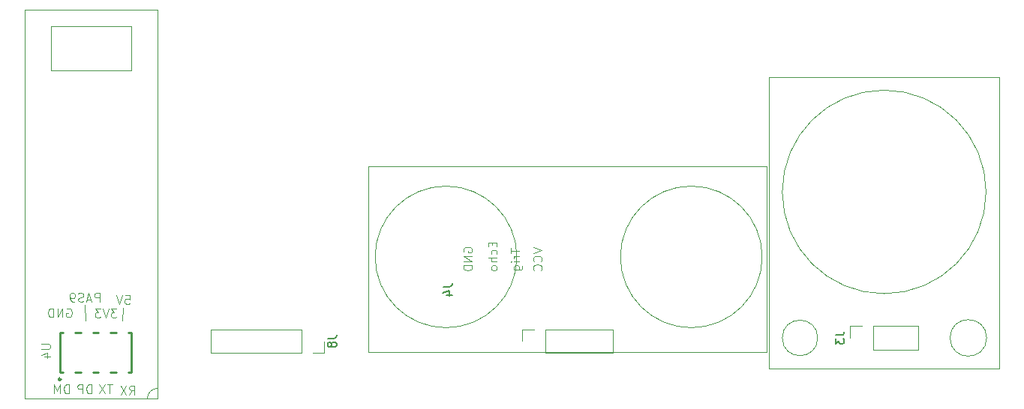
<source format=gbr>
%TF.GenerationSoftware,KiCad,Pcbnew,(7.0.0-0)*%
%TF.CreationDate,2024-05-26T10:43:25+02:00*%
%TF.ProjectId,SwitchFoil,53776974-6368-4466-9f69-6c2e6b696361,rev?*%
%TF.SameCoordinates,Original*%
%TF.FileFunction,Legend,Bot*%
%TF.FilePolarity,Positive*%
%FSLAX46Y46*%
G04 Gerber Fmt 4.6, Leading zero omitted, Abs format (unit mm)*
G04 Created by KiCad (PCBNEW (7.0.0-0)) date 2024-05-26 10:43:25*
%MOMM*%
%LPD*%
G01*
G04 APERTURE LIST*
%ADD10C,0.150000*%
%ADD11C,0.100000*%
%ADD12C,0.120000*%
%ADD13C,0.254000*%
%ADD14C,0.059995*%
G04 APERTURE END LIST*
D10*
%TO.C,J4*%
X144987380Y-53550569D02*
X145701666Y-53550569D01*
X145701666Y-53550569D02*
X145844523Y-53502950D01*
X145844523Y-53502950D02*
X145939761Y-53407712D01*
X145939761Y-53407712D02*
X145987380Y-53264855D01*
X145987380Y-53264855D02*
X145987380Y-53169617D01*
X145320714Y-54455331D02*
X145987380Y-54455331D01*
X144939761Y-54217236D02*
X145654047Y-53979141D01*
X145654047Y-53979141D02*
X145654047Y-54598188D01*
D11*
X152574380Y-49185236D02*
X152574380Y-49756664D01*
X153574380Y-49470950D02*
X152574380Y-49470950D01*
X153574380Y-50089998D02*
X152907714Y-50089998D01*
X153098190Y-50089998D02*
X153002952Y-50137617D01*
X153002952Y-50137617D02*
X152955333Y-50185236D01*
X152955333Y-50185236D02*
X152907714Y-50280474D01*
X152907714Y-50280474D02*
X152907714Y-50375712D01*
X153574380Y-50709046D02*
X152907714Y-50709046D01*
X152574380Y-50709046D02*
X152622000Y-50661427D01*
X152622000Y-50661427D02*
X152669619Y-50709046D01*
X152669619Y-50709046D02*
X152622000Y-50756665D01*
X152622000Y-50756665D02*
X152574380Y-50709046D01*
X152574380Y-50709046D02*
X152669619Y-50709046D01*
X152907714Y-51613807D02*
X153717238Y-51613807D01*
X153717238Y-51613807D02*
X153812476Y-51566188D01*
X153812476Y-51566188D02*
X153860095Y-51518569D01*
X153860095Y-51518569D02*
X153907714Y-51423331D01*
X153907714Y-51423331D02*
X153907714Y-51280474D01*
X153907714Y-51280474D02*
X153860095Y-51185236D01*
X153526761Y-51613807D02*
X153574380Y-51518569D01*
X153574380Y-51518569D02*
X153574380Y-51328093D01*
X153574380Y-51328093D02*
X153526761Y-51232855D01*
X153526761Y-51232855D02*
X153479142Y-51185236D01*
X153479142Y-51185236D02*
X153383904Y-51137617D01*
X153383904Y-51137617D02*
X153098190Y-51137617D01*
X153098190Y-51137617D02*
X153002952Y-51185236D01*
X153002952Y-51185236D02*
X152955333Y-51232855D01*
X152955333Y-51232855D02*
X152907714Y-51328093D01*
X152907714Y-51328093D02*
X152907714Y-51518569D01*
X152907714Y-51518569D02*
X152955333Y-51613807D01*
X147280000Y-49598188D02*
X147232380Y-49502950D01*
X147232380Y-49502950D02*
X147232380Y-49360093D01*
X147232380Y-49360093D02*
X147280000Y-49217236D01*
X147280000Y-49217236D02*
X147375238Y-49121998D01*
X147375238Y-49121998D02*
X147470476Y-49074379D01*
X147470476Y-49074379D02*
X147660952Y-49026760D01*
X147660952Y-49026760D02*
X147803809Y-49026760D01*
X147803809Y-49026760D02*
X147994285Y-49074379D01*
X147994285Y-49074379D02*
X148089523Y-49121998D01*
X148089523Y-49121998D02*
X148184761Y-49217236D01*
X148184761Y-49217236D02*
X148232380Y-49360093D01*
X148232380Y-49360093D02*
X148232380Y-49455331D01*
X148232380Y-49455331D02*
X148184761Y-49598188D01*
X148184761Y-49598188D02*
X148137142Y-49645807D01*
X148137142Y-49645807D02*
X147803809Y-49645807D01*
X147803809Y-49645807D02*
X147803809Y-49455331D01*
X148232380Y-50074379D02*
X147232380Y-50074379D01*
X147232380Y-50074379D02*
X148232380Y-50645807D01*
X148232380Y-50645807D02*
X147232380Y-50645807D01*
X148232380Y-51121998D02*
X147232380Y-51121998D01*
X147232380Y-51121998D02*
X147232380Y-51360093D01*
X147232380Y-51360093D02*
X147280000Y-51502950D01*
X147280000Y-51502950D02*
X147375238Y-51598188D01*
X147375238Y-51598188D02*
X147470476Y-51645807D01*
X147470476Y-51645807D02*
X147660952Y-51693426D01*
X147660952Y-51693426D02*
X147803809Y-51693426D01*
X147803809Y-51693426D02*
X147994285Y-51645807D01*
X147994285Y-51645807D02*
X148089523Y-51598188D01*
X148089523Y-51598188D02*
X148184761Y-51502950D01*
X148184761Y-51502950D02*
X148232380Y-51360093D01*
X148232380Y-51360093D02*
X148232380Y-51121998D01*
X155114380Y-49089998D02*
X156114380Y-49423331D01*
X156114380Y-49423331D02*
X155114380Y-49756664D01*
X156019142Y-50661426D02*
X156066761Y-50613807D01*
X156066761Y-50613807D02*
X156114380Y-50470950D01*
X156114380Y-50470950D02*
X156114380Y-50375712D01*
X156114380Y-50375712D02*
X156066761Y-50232855D01*
X156066761Y-50232855D02*
X155971523Y-50137617D01*
X155971523Y-50137617D02*
X155876285Y-50089998D01*
X155876285Y-50089998D02*
X155685809Y-50042379D01*
X155685809Y-50042379D02*
X155542952Y-50042379D01*
X155542952Y-50042379D02*
X155352476Y-50089998D01*
X155352476Y-50089998D02*
X155257238Y-50137617D01*
X155257238Y-50137617D02*
X155162000Y-50232855D01*
X155162000Y-50232855D02*
X155114380Y-50375712D01*
X155114380Y-50375712D02*
X155114380Y-50470950D01*
X155114380Y-50470950D02*
X155162000Y-50613807D01*
X155162000Y-50613807D02*
X155209619Y-50661426D01*
X156019142Y-51661426D02*
X156066761Y-51613807D01*
X156066761Y-51613807D02*
X156114380Y-51470950D01*
X156114380Y-51470950D02*
X156114380Y-51375712D01*
X156114380Y-51375712D02*
X156066761Y-51232855D01*
X156066761Y-51232855D02*
X155971523Y-51137617D01*
X155971523Y-51137617D02*
X155876285Y-51089998D01*
X155876285Y-51089998D02*
X155685809Y-51042379D01*
X155685809Y-51042379D02*
X155542952Y-51042379D01*
X155542952Y-51042379D02*
X155352476Y-51089998D01*
X155352476Y-51089998D02*
X155257238Y-51137617D01*
X155257238Y-51137617D02*
X155162000Y-51232855D01*
X155162000Y-51232855D02*
X155114380Y-51375712D01*
X155114380Y-51375712D02*
X155114380Y-51470950D01*
X155114380Y-51470950D02*
X155162000Y-51613807D01*
X155162000Y-51613807D02*
X155209619Y-51661426D01*
X150510571Y-48518569D02*
X150510571Y-48851902D01*
X151034380Y-48994759D02*
X151034380Y-48518569D01*
X151034380Y-48518569D02*
X150034380Y-48518569D01*
X150034380Y-48518569D02*
X150034380Y-48994759D01*
X150986761Y-49851902D02*
X151034380Y-49756664D01*
X151034380Y-49756664D02*
X151034380Y-49566188D01*
X151034380Y-49566188D02*
X150986761Y-49470950D01*
X150986761Y-49470950D02*
X150939142Y-49423331D01*
X150939142Y-49423331D02*
X150843904Y-49375712D01*
X150843904Y-49375712D02*
X150558190Y-49375712D01*
X150558190Y-49375712D02*
X150462952Y-49423331D01*
X150462952Y-49423331D02*
X150415333Y-49470950D01*
X150415333Y-49470950D02*
X150367714Y-49566188D01*
X150367714Y-49566188D02*
X150367714Y-49756664D01*
X150367714Y-49756664D02*
X150415333Y-49851902D01*
X151034380Y-50280474D02*
X150034380Y-50280474D01*
X151034380Y-50709045D02*
X150510571Y-50709045D01*
X150510571Y-50709045D02*
X150415333Y-50661426D01*
X150415333Y-50661426D02*
X150367714Y-50566188D01*
X150367714Y-50566188D02*
X150367714Y-50423331D01*
X150367714Y-50423331D02*
X150415333Y-50328093D01*
X150415333Y-50328093D02*
X150462952Y-50280474D01*
X151034380Y-51328093D02*
X150986761Y-51232855D01*
X150986761Y-51232855D02*
X150939142Y-51185236D01*
X150939142Y-51185236D02*
X150843904Y-51137617D01*
X150843904Y-51137617D02*
X150558190Y-51137617D01*
X150558190Y-51137617D02*
X150462952Y-51185236D01*
X150462952Y-51185236D02*
X150415333Y-51232855D01*
X150415333Y-51232855D02*
X150367714Y-51328093D01*
X150367714Y-51328093D02*
X150367714Y-51470950D01*
X150367714Y-51470950D02*
X150415333Y-51566188D01*
X150415333Y-51566188D02*
X150462952Y-51613807D01*
X150462952Y-51613807D02*
X150558190Y-51661426D01*
X150558190Y-51661426D02*
X150843904Y-51661426D01*
X150843904Y-51661426D02*
X150939142Y-51613807D01*
X150939142Y-51613807D02*
X150986761Y-51566188D01*
X150986761Y-51566188D02*
X151034380Y-51470950D01*
X151034380Y-51470950D02*
X151034380Y-51328093D01*
%TO.C,U4*%
X99617380Y-59988095D02*
X100426904Y-59988095D01*
X100426904Y-59988095D02*
X100522142Y-60035714D01*
X100522142Y-60035714D02*
X100569761Y-60083333D01*
X100569761Y-60083333D02*
X100617380Y-60178571D01*
X100617380Y-60178571D02*
X100617380Y-60369047D01*
X100617380Y-60369047D02*
X100569761Y-60464285D01*
X100569761Y-60464285D02*
X100522142Y-60511904D01*
X100522142Y-60511904D02*
X100426904Y-60559523D01*
X100426904Y-60559523D02*
X99617380Y-60559523D01*
X99950714Y-61464285D02*
X100617380Y-61464285D01*
X99569761Y-61226190D02*
X100284047Y-60988095D01*
X100284047Y-60988095D02*
X100284047Y-61607142D01*
X106169951Y-55235913D02*
X106169951Y-54235913D01*
X106169951Y-54235913D02*
X105788999Y-54235913D01*
X105788999Y-54235913D02*
X105693761Y-54283533D01*
X105693761Y-54283533D02*
X105646142Y-54331152D01*
X105646142Y-54331152D02*
X105598523Y-54426390D01*
X105598523Y-54426390D02*
X105598523Y-54569247D01*
X105598523Y-54569247D02*
X105646142Y-54664485D01*
X105646142Y-54664485D02*
X105693761Y-54712104D01*
X105693761Y-54712104D02*
X105788999Y-54759723D01*
X105788999Y-54759723D02*
X106169951Y-54759723D01*
X105217570Y-54950199D02*
X104741380Y-54950199D01*
X105312808Y-55235913D02*
X104979475Y-54235913D01*
X104979475Y-54235913D02*
X104646142Y-55235913D01*
X104360427Y-55188294D02*
X104217570Y-55235913D01*
X104217570Y-55235913D02*
X103979475Y-55235913D01*
X103979475Y-55235913D02*
X103884237Y-55188294D01*
X103884237Y-55188294D02*
X103836618Y-55140675D01*
X103836618Y-55140675D02*
X103788999Y-55045437D01*
X103788999Y-55045437D02*
X103788999Y-54950199D01*
X103788999Y-54950199D02*
X103836618Y-54854961D01*
X103836618Y-54854961D02*
X103884237Y-54807342D01*
X103884237Y-54807342D02*
X103979475Y-54759723D01*
X103979475Y-54759723D02*
X104169951Y-54712104D01*
X104169951Y-54712104D02*
X104265189Y-54664485D01*
X104265189Y-54664485D02*
X104312808Y-54616866D01*
X104312808Y-54616866D02*
X104360427Y-54521628D01*
X104360427Y-54521628D02*
X104360427Y-54426390D01*
X104360427Y-54426390D02*
X104312808Y-54331152D01*
X104312808Y-54331152D02*
X104265189Y-54283533D01*
X104265189Y-54283533D02*
X104169951Y-54235913D01*
X104169951Y-54235913D02*
X103931856Y-54235913D01*
X103931856Y-54235913D02*
X103788999Y-54283533D01*
X103312808Y-55235913D02*
X103122332Y-55235913D01*
X103122332Y-55235913D02*
X103027094Y-55188294D01*
X103027094Y-55188294D02*
X102979475Y-55140675D01*
X102979475Y-55140675D02*
X102884237Y-54997818D01*
X102884237Y-54997818D02*
X102836618Y-54807342D01*
X102836618Y-54807342D02*
X102836618Y-54426390D01*
X102836618Y-54426390D02*
X102884237Y-54331152D01*
X102884237Y-54331152D02*
X102931856Y-54283533D01*
X102931856Y-54283533D02*
X103027094Y-54235913D01*
X103027094Y-54235913D02*
X103217570Y-54235913D01*
X103217570Y-54235913D02*
X103312808Y-54283533D01*
X103312808Y-54283533D02*
X103360427Y-54331152D01*
X103360427Y-54331152D02*
X103408046Y-54426390D01*
X103408046Y-54426390D02*
X103408046Y-54664485D01*
X103408046Y-54664485D02*
X103360427Y-54759723D01*
X103360427Y-54759723D02*
X103312808Y-54807342D01*
X103312808Y-54807342D02*
X103217570Y-54854961D01*
X103217570Y-54854961D02*
X103027094Y-54854961D01*
X103027094Y-54854961D02*
X102931856Y-54807342D01*
X102931856Y-54807342D02*
X102884237Y-54759723D01*
X102884237Y-54759723D02*
X102836618Y-54664485D01*
X107617731Y-64545468D02*
X107046303Y-64545468D01*
X107332017Y-65545468D02*
X107332017Y-64545468D01*
X106808207Y-64545468D02*
X106141541Y-65545468D01*
X106141541Y-64545468D02*
X106808207Y-65545468D01*
X102485784Y-56018021D02*
X102581022Y-55970401D01*
X102581022Y-55970401D02*
X102723879Y-55970401D01*
X102723879Y-55970401D02*
X102866736Y-56018021D01*
X102866736Y-56018021D02*
X102961974Y-56113259D01*
X102961974Y-56113259D02*
X103009593Y-56208497D01*
X103009593Y-56208497D02*
X103057212Y-56398973D01*
X103057212Y-56398973D02*
X103057212Y-56541830D01*
X103057212Y-56541830D02*
X103009593Y-56732306D01*
X103009593Y-56732306D02*
X102961974Y-56827544D01*
X102961974Y-56827544D02*
X102866736Y-56922782D01*
X102866736Y-56922782D02*
X102723879Y-56970401D01*
X102723879Y-56970401D02*
X102628641Y-56970401D01*
X102628641Y-56970401D02*
X102485784Y-56922782D01*
X102485784Y-56922782D02*
X102438165Y-56875163D01*
X102438165Y-56875163D02*
X102438165Y-56541830D01*
X102438165Y-56541830D02*
X102628641Y-56541830D01*
X102009593Y-56970401D02*
X102009593Y-55970401D01*
X102009593Y-55970401D02*
X101438165Y-56970401D01*
X101438165Y-56970401D02*
X101438165Y-55970401D01*
X100961974Y-56970401D02*
X100961974Y-55970401D01*
X100961974Y-55970401D02*
X100723879Y-55970401D01*
X100723879Y-55970401D02*
X100581022Y-56018021D01*
X100581022Y-56018021D02*
X100485784Y-56113259D01*
X100485784Y-56113259D02*
X100438165Y-56208497D01*
X100438165Y-56208497D02*
X100390546Y-56398973D01*
X100390546Y-56398973D02*
X100390546Y-56541830D01*
X100390546Y-56541830D02*
X100438165Y-56732306D01*
X100438165Y-56732306D02*
X100485784Y-56827544D01*
X100485784Y-56827544D02*
X100581022Y-56922782D01*
X100581022Y-56922782D02*
X100723879Y-56970401D01*
X100723879Y-56970401D02*
X100961974Y-56970401D01*
X102717681Y-65585444D02*
X102717681Y-64585444D01*
X102717681Y-64585444D02*
X102479586Y-64585444D01*
X102479586Y-64585444D02*
X102336729Y-64633064D01*
X102336729Y-64633064D02*
X102241491Y-64728302D01*
X102241491Y-64728302D02*
X102193872Y-64823540D01*
X102193872Y-64823540D02*
X102146253Y-65014016D01*
X102146253Y-65014016D02*
X102146253Y-65156873D01*
X102146253Y-65156873D02*
X102193872Y-65347349D01*
X102193872Y-65347349D02*
X102241491Y-65442587D01*
X102241491Y-65442587D02*
X102336729Y-65537825D01*
X102336729Y-65537825D02*
X102479586Y-65585444D01*
X102479586Y-65585444D02*
X102717681Y-65585444D01*
X101717681Y-65585444D02*
X101717681Y-64585444D01*
X101717681Y-64585444D02*
X101384348Y-65299730D01*
X101384348Y-65299730D02*
X101051015Y-64585444D01*
X101051015Y-64585444D02*
X101051015Y-65585444D01*
X109541890Y-65705374D02*
X109875223Y-65229184D01*
X110113318Y-65705374D02*
X110113318Y-64705374D01*
X110113318Y-64705374D02*
X109732366Y-64705374D01*
X109732366Y-64705374D02*
X109637128Y-64752994D01*
X109637128Y-64752994D02*
X109589509Y-64800613D01*
X109589509Y-64800613D02*
X109541890Y-64895851D01*
X109541890Y-64895851D02*
X109541890Y-65038708D01*
X109541890Y-65038708D02*
X109589509Y-65133946D01*
X109589509Y-65133946D02*
X109637128Y-65181565D01*
X109637128Y-65181565D02*
X109732366Y-65229184D01*
X109732366Y-65229184D02*
X110113318Y-65229184D01*
X109208556Y-64705374D02*
X108541890Y-65705374D01*
X108541890Y-64705374D02*
X109208556Y-65705374D01*
X105261904Y-65582380D02*
X105261904Y-64582380D01*
X105261904Y-64582380D02*
X105023809Y-64582380D01*
X105023809Y-64582380D02*
X104880952Y-64630000D01*
X104880952Y-64630000D02*
X104785714Y-64725238D01*
X104785714Y-64725238D02*
X104738095Y-64820476D01*
X104738095Y-64820476D02*
X104690476Y-65010952D01*
X104690476Y-65010952D02*
X104690476Y-65153809D01*
X104690476Y-65153809D02*
X104738095Y-65344285D01*
X104738095Y-65344285D02*
X104785714Y-65439523D01*
X104785714Y-65439523D02*
X104880952Y-65534761D01*
X104880952Y-65534761D02*
X105023809Y-65582380D01*
X105023809Y-65582380D02*
X105261904Y-65582380D01*
X104261904Y-65582380D02*
X104261904Y-64582380D01*
X104261904Y-64582380D02*
X103880952Y-64582380D01*
X103880952Y-64582380D02*
X103785714Y-64630000D01*
X103785714Y-64630000D02*
X103738095Y-64677619D01*
X103738095Y-64677619D02*
X103690476Y-64772857D01*
X103690476Y-64772857D02*
X103690476Y-64915714D01*
X103690476Y-64915714D02*
X103738095Y-65010952D01*
X103738095Y-65010952D02*
X103785714Y-65058571D01*
X103785714Y-65058571D02*
X103880952Y-65106190D01*
X103880952Y-65106190D02*
X104261904Y-65106190D01*
X109078265Y-54502758D02*
X109554455Y-54502758D01*
X109554455Y-54502758D02*
X109602074Y-54978949D01*
X109602074Y-54978949D02*
X109554455Y-54931330D01*
X109554455Y-54931330D02*
X109459217Y-54883711D01*
X109459217Y-54883711D02*
X109221122Y-54883711D01*
X109221122Y-54883711D02*
X109125884Y-54931330D01*
X109125884Y-54931330D02*
X109078265Y-54978949D01*
X109078265Y-54978949D02*
X109030646Y-55074187D01*
X109030646Y-55074187D02*
X109030646Y-55312282D01*
X109030646Y-55312282D02*
X109078265Y-55407520D01*
X109078265Y-55407520D02*
X109125884Y-55455139D01*
X109125884Y-55455139D02*
X109221122Y-55502758D01*
X109221122Y-55502758D02*
X109459217Y-55502758D01*
X109459217Y-55502758D02*
X109554455Y-55455139D01*
X109554455Y-55455139D02*
X109602074Y-55407520D01*
X108744931Y-54502758D02*
X108411598Y-55502758D01*
X108411598Y-55502758D02*
X108078265Y-54502758D01*
X108111529Y-56014875D02*
X107492482Y-56014875D01*
X107492482Y-56014875D02*
X107825815Y-56395828D01*
X107825815Y-56395828D02*
X107682958Y-56395828D01*
X107682958Y-56395828D02*
X107587720Y-56443447D01*
X107587720Y-56443447D02*
X107540101Y-56491066D01*
X107540101Y-56491066D02*
X107492482Y-56586304D01*
X107492482Y-56586304D02*
X107492482Y-56824399D01*
X107492482Y-56824399D02*
X107540101Y-56919637D01*
X107540101Y-56919637D02*
X107587720Y-56967256D01*
X107587720Y-56967256D02*
X107682958Y-57014875D01*
X107682958Y-57014875D02*
X107968672Y-57014875D01*
X107968672Y-57014875D02*
X108063910Y-56967256D01*
X108063910Y-56967256D02*
X108111529Y-56919637D01*
X107206767Y-56014875D02*
X106873434Y-57014875D01*
X106873434Y-57014875D02*
X106540101Y-56014875D01*
X106302005Y-56014875D02*
X105682958Y-56014875D01*
X105682958Y-56014875D02*
X106016291Y-56395828D01*
X106016291Y-56395828D02*
X105873434Y-56395828D01*
X105873434Y-56395828D02*
X105778196Y-56443447D01*
X105778196Y-56443447D02*
X105730577Y-56491066D01*
X105730577Y-56491066D02*
X105682958Y-56586304D01*
X105682958Y-56586304D02*
X105682958Y-56824399D01*
X105682958Y-56824399D02*
X105730577Y-56919637D01*
X105730577Y-56919637D02*
X105778196Y-56967256D01*
X105778196Y-56967256D02*
X105873434Y-57014875D01*
X105873434Y-57014875D02*
X106159148Y-57014875D01*
X106159148Y-57014875D02*
X106254386Y-56967256D01*
X106254386Y-56967256D02*
X106302005Y-56919637D01*
D10*
%TO.C,J8*%
X131920556Y-59359799D02*
X132634842Y-59359799D01*
X132634842Y-59359799D02*
X132777699Y-59312180D01*
X132777699Y-59312180D02*
X132872937Y-59216942D01*
X132872937Y-59216942D02*
X132920556Y-59074085D01*
X132920556Y-59074085D02*
X132920556Y-58978847D01*
X132349128Y-59978847D02*
X132301509Y-59883609D01*
X132301509Y-59883609D02*
X132253890Y-59835990D01*
X132253890Y-59835990D02*
X132158652Y-59788371D01*
X132158652Y-59788371D02*
X132111033Y-59788371D01*
X132111033Y-59788371D02*
X132015795Y-59835990D01*
X132015795Y-59835990D02*
X131968176Y-59883609D01*
X131968176Y-59883609D02*
X131920556Y-59978847D01*
X131920556Y-59978847D02*
X131920556Y-60169323D01*
X131920556Y-60169323D02*
X131968176Y-60264561D01*
X131968176Y-60264561D02*
X132015795Y-60312180D01*
X132015795Y-60312180D02*
X132111033Y-60359799D01*
X132111033Y-60359799D02*
X132158652Y-60359799D01*
X132158652Y-60359799D02*
X132253890Y-60312180D01*
X132253890Y-60312180D02*
X132301509Y-60264561D01*
X132301509Y-60264561D02*
X132349128Y-60169323D01*
X132349128Y-60169323D02*
X132349128Y-59978847D01*
X132349128Y-59978847D02*
X132396747Y-59883609D01*
X132396747Y-59883609D02*
X132444366Y-59835990D01*
X132444366Y-59835990D02*
X132539604Y-59788371D01*
X132539604Y-59788371D02*
X132730080Y-59788371D01*
X132730080Y-59788371D02*
X132825318Y-59835990D01*
X132825318Y-59835990D02*
X132872937Y-59883609D01*
X132872937Y-59883609D02*
X132920556Y-59978847D01*
X132920556Y-59978847D02*
X132920556Y-60169323D01*
X132920556Y-60169323D02*
X132872937Y-60264561D01*
X132872937Y-60264561D02*
X132825318Y-60312180D01*
X132825318Y-60312180D02*
X132730080Y-60359799D01*
X132730080Y-60359799D02*
X132539604Y-60359799D01*
X132539604Y-60359799D02*
X132444366Y-60312180D01*
X132444366Y-60312180D02*
X132396747Y-60264561D01*
X132396747Y-60264561D02*
X132349128Y-60169323D01*
%TO.C,J3*%
X189232035Y-58981896D02*
X189946321Y-58981896D01*
X189946321Y-58981896D02*
X190089178Y-58934277D01*
X190089178Y-58934277D02*
X190184416Y-58839039D01*
X190184416Y-58839039D02*
X190232035Y-58696182D01*
X190232035Y-58696182D02*
X190232035Y-58600944D01*
X189232035Y-59362849D02*
X189232035Y-59981896D01*
X189232035Y-59981896D02*
X189612988Y-59648563D01*
X189612988Y-59648563D02*
X189612988Y-59791420D01*
X189612988Y-59791420D02*
X189660607Y-59886658D01*
X189660607Y-59886658D02*
X189708226Y-59934277D01*
X189708226Y-59934277D02*
X189803464Y-59981896D01*
X189803464Y-59981896D02*
X190041559Y-59981896D01*
X190041559Y-59981896D02*
X190136797Y-59934277D01*
X190136797Y-59934277D02*
X190184416Y-59886658D01*
X190184416Y-59886658D02*
X190232035Y-59791420D01*
X190232035Y-59791420D02*
X190232035Y-59505706D01*
X190232035Y-59505706D02*
X190184416Y-59410468D01*
X190184416Y-59410468D02*
X190136797Y-59362849D01*
D12*
%TO.C,J4*%
X164140000Y-58353903D02*
X164140000Y-61013903D01*
X156460000Y-58353903D02*
X164140000Y-58353903D01*
X156460000Y-58353903D02*
X156460000Y-61013903D01*
X155190000Y-58353903D02*
X153860000Y-58353903D01*
X153860000Y-58353903D02*
X153860000Y-59683903D01*
X156460000Y-61013903D02*
X164140000Y-61013903D01*
D11*
X136500000Y-39953903D02*
X181500000Y-39953903D01*
X181500000Y-39953903D02*
X181500000Y-60953903D01*
X181500000Y-60953903D02*
X136500000Y-60953903D01*
X136500000Y-60953903D02*
X136500000Y-39953903D01*
X180970000Y-50158903D02*
G75*
G03*
X180970000Y-50158903I-8000000J0D01*
G01*
X153285000Y-50158903D02*
G75*
G03*
X153285000Y-50158903I-8000000J0D01*
G01*
%TO.C,U4*%
X104519525Y-55589794D02*
X104583372Y-57339180D01*
X108822760Y-55947332D02*
X108772226Y-57376058D01*
D13*
X109750000Y-58700038D02*
X109750000Y-62950025D01*
X109426149Y-58700038D02*
X109750000Y-58700038D01*
X107426149Y-58700038D02*
X108073876Y-58700038D01*
X105426149Y-58700038D02*
X106073876Y-58700038D01*
X103426149Y-58700038D02*
X104073876Y-58700038D01*
X101750000Y-58700038D02*
X102073876Y-58700038D01*
X109750000Y-62950025D02*
X109750000Y-63200038D01*
X109750000Y-63200038D02*
X109426149Y-63200038D01*
X107426149Y-63200038D02*
X108073876Y-63200038D01*
X105426149Y-63200038D02*
X106073876Y-63200038D01*
X103426149Y-63200038D02*
X104073876Y-63200038D01*
X102073876Y-63200038D02*
X101750000Y-63200038D01*
X101750000Y-63200038D02*
X101750000Y-58700038D01*
D11*
X97750000Y-22250000D02*
X112750000Y-22250000D01*
X112750000Y-22250000D02*
X112750000Y-66200000D01*
X112750000Y-66200000D02*
X97750000Y-66200000D01*
X97750000Y-66200000D02*
X97750000Y-22250000D01*
X100737177Y-24052346D02*
X109737177Y-24052346D01*
X109737177Y-24052346D02*
X109737177Y-29052346D01*
X109737177Y-29052346D02*
X100737177Y-29052346D01*
X100737177Y-29052346D02*
X100737177Y-24052346D01*
X112750000Y-65016913D02*
G75*
G03*
X111566920Y-66196027I0J-1183087D01*
G01*
D13*
X101810960Y-64000000D02*
G75*
G03*
X101810960Y-64000000I-127000J0D01*
G01*
D14*
X101713932Y-64000000D02*
G75*
G03*
X101713932Y-64000000I-29972J0D01*
G01*
D12*
%TO.C,J8*%
X118733176Y-61023133D02*
X118733176Y-58363133D01*
X128953176Y-61023133D02*
X118733176Y-61023133D01*
X128953176Y-61023133D02*
X128953176Y-58363133D01*
X130223176Y-61023133D02*
X131553176Y-61023133D01*
X131553176Y-61023133D02*
X131553176Y-59693133D01*
X128953176Y-58363133D02*
X118733176Y-58363133D01*
%TO.C,J3*%
X198604655Y-57985230D02*
X198604655Y-60645230D01*
X193464655Y-57985230D02*
X198604655Y-57985230D01*
X193464655Y-57985230D02*
X193464655Y-60645230D01*
X192194655Y-57985230D02*
X190864655Y-57985230D01*
X190864655Y-57985230D02*
X190864655Y-59315230D01*
X193464655Y-60645230D02*
X198604655Y-60645230D01*
D11*
X181734655Y-62815230D02*
X207734655Y-62815230D01*
X207734655Y-62815230D02*
X207734655Y-29815230D01*
X207734655Y-29815230D02*
X181734655Y-29815230D01*
X181734655Y-29815230D02*
X181734655Y-62815230D01*
X206234655Y-42815230D02*
G75*
G03*
X206234655Y-42815230I-11500000J0D01*
G01*
X206296208Y-59315230D02*
G75*
G03*
X206296208Y-59315230I-2061553J0D01*
G01*
X187234655Y-59315230D02*
G75*
G03*
X187234655Y-59315230I-2000000J0D01*
G01*
%TD*%
M02*

</source>
